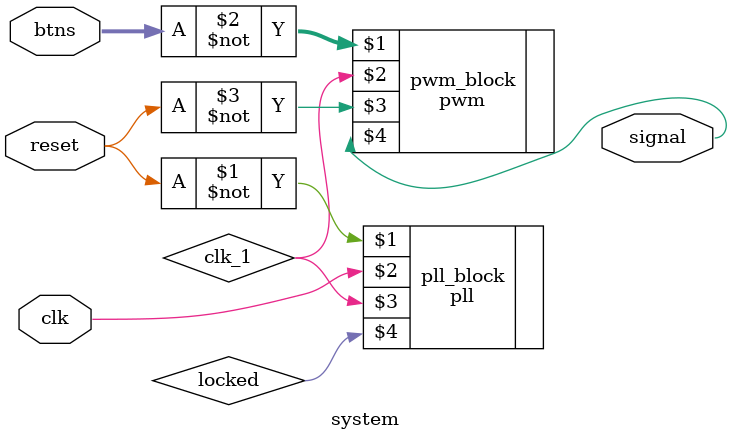
<source format=v>

module system(
	input wire clk,
	input wire reset,
	input wire [3:0] btns,
	output wire signal
);
	wire locked, clk_1;
	
	pll pll_block(~reset, clk, clk_1, locked);
	pwm pwm_block(~btns, clk_1, ~reset, signal);

endmodule

</source>
